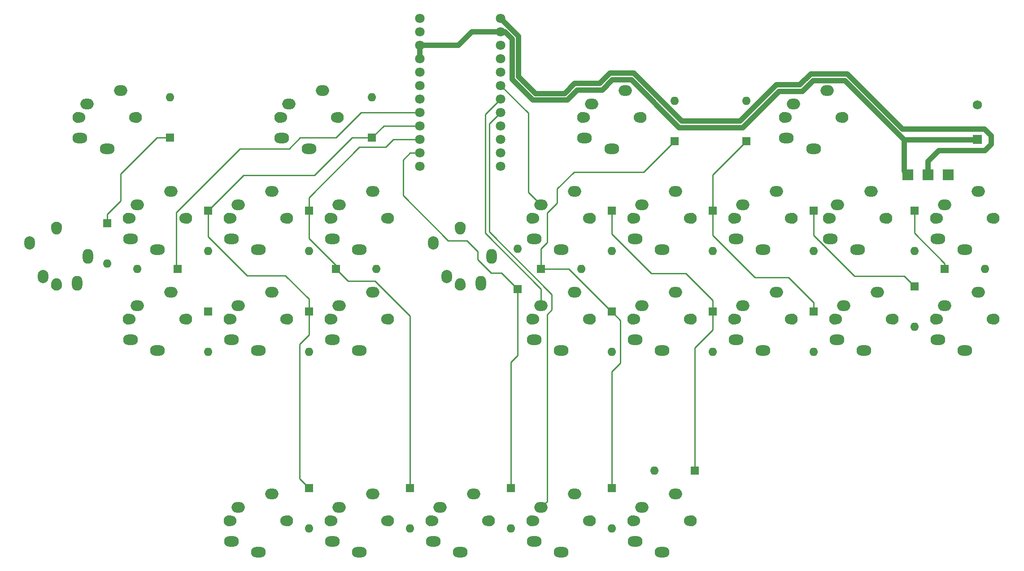
<source format=gbl>
%TF.GenerationSoftware,KiCad,Pcbnew,(6.0.9)*%
%TF.CreationDate,2023-02-21T23:40:31+05:30*%
%TF.ProjectId,Peridot Steno,50657269-646f-4742-9053-74656e6f2e6b,rev?*%
%TF.SameCoordinates,Original*%
%TF.FileFunction,Copper,L2,Bot*%
%TF.FilePolarity,Positive*%
%FSLAX46Y46*%
G04 Gerber Fmt 4.6, Leading zero omitted, Abs format (unit mm)*
G04 Created by KiCad (PCBNEW (6.0.9)) date 2023-02-21 23:40:31*
%MOMM*%
%LPD*%
G01*
G04 APERTURE LIST*
%TA.AperFunction,WasherPad*%
%ADD10C,1.900000*%
%TD*%
%TA.AperFunction,WasherPad*%
%ADD11C,2.100000*%
%TD*%
%TA.AperFunction,ComponentPad*%
%ADD12O,2.800000X2.000000*%
%TD*%
%TA.AperFunction,ComponentPad*%
%ADD13O,2.500000X2.000000*%
%TD*%
%TA.AperFunction,ComponentPad*%
%ADD14O,2.000000X2.500000*%
%TD*%
%TA.AperFunction,ComponentPad*%
%ADD15O,2.000000X2.800000*%
%TD*%
%TA.AperFunction,ComponentPad*%
%ADD16C,1.800000*%
%TD*%
%TA.AperFunction,ComponentPad*%
%ADD17R,1.752600X1.752600*%
%TD*%
%TA.AperFunction,ComponentPad*%
%ADD18C,1.752600*%
%TD*%
%TA.AperFunction,ComponentPad*%
%ADD19R,1.600000X1.600000*%
%TD*%
%TA.AperFunction,ComponentPad*%
%ADD20O,1.600000X1.600000*%
%TD*%
%TA.AperFunction,ComponentPad*%
%ADD21R,2.000000X2.000000*%
%TD*%
%TA.AperFunction,Conductor*%
%ADD22C,0.250000*%
%TD*%
%TA.AperFunction,Conductor*%
%ADD23C,1.000000*%
%TD*%
G04 APERTURE END LIST*
D10*
%TO.P,SW26,*%
%TO.N,*%
X156845000Y-66675000D03*
D11*
X167425000Y-66675000D03*
D10*
X167005000Y-66675000D03*
D11*
X156425000Y-66675000D03*
D12*
%TO.P,SW26,1,1*%
%TO.N,ROW1*%
X156825000Y-70575000D03*
D13*
X158115000Y-64135000D03*
%TO.P,SW26,2,2*%
%TO.N,Net-(D25-Pad2)*%
X164465000Y-61595000D03*
D12*
X161925000Y-72575000D03*
%TD*%
D11*
%TO.P,SW19,*%
%TO.N,*%
X99275000Y-123825000D03*
D10*
X99695000Y-123825000D03*
D11*
X110275000Y-123825000D03*
D10*
X109855000Y-123825000D03*
D13*
%TO.P,SW19,1,1*%
%TO.N,ROW3*%
X100965000Y-121285000D03*
D12*
X99675000Y-127725000D03*
%TO.P,SW19,2,2*%
%TO.N,Net-(D18-Pad2)*%
X104775000Y-129725000D03*
D13*
X107315000Y-118745000D03*
%TD*%
D11*
%TO.P,SW17,*%
%TO.N,*%
X118325000Y-66675000D03*
D10*
X128905000Y-66675000D03*
D11*
X129325000Y-66675000D03*
D10*
X118745000Y-66675000D03*
D13*
%TO.P,SW17,1,1*%
%TO.N,ROW1*%
X120015000Y-64135000D03*
D12*
X118725000Y-70575000D03*
%TO.P,SW17,2,2*%
%TO.N,Net-(D16-Pad2)*%
X123825000Y-72575000D03*
D13*
X126365000Y-61595000D03*
%TD*%
D11*
%TO.P,SW42,*%
%TO.N,*%
X232625000Y-66675000D03*
D10*
X243205000Y-66675000D03*
X233045000Y-66675000D03*
D11*
X243625000Y-66675000D03*
D13*
%TO.P,SW42,1,1*%
%TO.N,ROW1*%
X234315000Y-64135000D03*
D12*
X233025000Y-70575000D03*
%TO.P,SW42,2,2*%
%TO.N,Net-(D41-Pad2)*%
X238125000Y-72575000D03*
D13*
X240665000Y-61595000D03*
%TD*%
D11*
%TO.P,SW27,*%
%TO.N,*%
X156425000Y-85725000D03*
D10*
X167005000Y-85725000D03*
X156845000Y-85725000D03*
D11*
X167425000Y-85725000D03*
D12*
%TO.P,SW27,1,1*%
%TO.N,ROW2*%
X156825000Y-89625000D03*
D13*
X158115000Y-83185000D03*
D12*
%TO.P,SW27,2,2*%
%TO.N,Net-(D26-Pad2)*%
X161925000Y-91625000D03*
D13*
X164465000Y-80645000D03*
%TD*%
D11*
%TO.P,SW36,*%
%TO.N,*%
X186475000Y-123825000D03*
X175475000Y-123825000D03*
D10*
X175895000Y-123825000D03*
X186055000Y-123825000D03*
D12*
%TO.P,SW36,1,1*%
%TO.N,ROW3*%
X175875000Y-127725000D03*
D13*
X177165000Y-121285000D03*
D12*
%TO.P,SW36,2,2*%
%TO.N,Net-(D35-Pad2)*%
X180975000Y-129725000D03*
D13*
X183515000Y-118745000D03*
%TD*%
D10*
%TO.P,SW21,*%
%TO.N,*%
X142875000Y-68738750D03*
D11*
X142875000Y-79318750D03*
D10*
X142875000Y-78898750D03*
D11*
X142875000Y-68318750D03*
D14*
%TO.P,SW21,1,1*%
%TO.N,ROW1*%
X140335000Y-77628750D03*
D15*
X146775000Y-78918750D03*
%TO.P,SW21,2,2*%
%TO.N,Net-(D20-Pad2)*%
X148775000Y-73818750D03*
D14*
X137795000Y-71278750D03*
%TD*%
D11*
%TO.P,SW32,*%
%TO.N,*%
X167425000Y-123825000D03*
D10*
X156845000Y-123825000D03*
X167005000Y-123825000D03*
D11*
X156425000Y-123825000D03*
D13*
%TO.P,SW32,1,1*%
%TO.N,ROW3*%
X158115000Y-121285000D03*
D12*
X156825000Y-127725000D03*
D13*
%TO.P,SW32,2,2*%
%TO.N,Net-(D31-Pad2)*%
X164465000Y-118745000D03*
D12*
X161925000Y-129725000D03*
%TD*%
D10*
%TO.P,SW28,*%
%TO.N,*%
X147955000Y-123825000D03*
X137795000Y-123825000D03*
D11*
X148375000Y-123825000D03*
X137375000Y-123825000D03*
D12*
%TO.P,SW28,1,1*%
%TO.N,ROW3*%
X137775000Y-127725000D03*
D13*
X139065000Y-121285000D03*
D12*
%TO.P,SW28,2,2*%
%TO.N,Net-(D27-Pad2)*%
X142875000Y-129725000D03*
D13*
X145415000Y-118745000D03*
%TD*%
D11*
%TO.P,SW33,*%
%TO.N,*%
X204050000Y-47625000D03*
X215050000Y-47625000D03*
D10*
X214630000Y-47625000D03*
X204470000Y-47625000D03*
D12*
%TO.P,SW33,1,1*%
%TO.N,ROW0*%
X204450000Y-51525000D03*
D13*
X205740000Y-45085000D03*
D12*
%TO.P,SW33,2,2*%
%TO.N,Net-(D32-Pad2)*%
X209550000Y-53525000D03*
D13*
X212090000Y-42545000D03*
%TD*%
D11*
%TO.P,SW34,*%
%TO.N,*%
X205525000Y-66675000D03*
D10*
X205105000Y-66675000D03*
X194945000Y-66675000D03*
D11*
X194525000Y-66675000D03*
D13*
%TO.P,SW34,1,1*%
%TO.N,ROW1*%
X196215000Y-64135000D03*
D12*
X194925000Y-70575000D03*
%TO.P,SW34,2,2*%
%TO.N,Net-(D33-Pad2)*%
X200025000Y-72575000D03*
D13*
X202565000Y-61595000D03*
%TD*%
D11*
%TO.P,SW39,*%
%TO.N,*%
X224575000Y-85725000D03*
D10*
X213995000Y-85725000D03*
X224155000Y-85725000D03*
D11*
X213575000Y-85725000D03*
D13*
%TO.P,SW39,1,1*%
%TO.N,ROW2*%
X215265000Y-83185000D03*
D12*
X213975000Y-89625000D03*
D13*
%TO.P,SW39,2,2*%
%TO.N,Net-(D38-Pad2)*%
X221615000Y-80645000D03*
D12*
X219075000Y-91625000D03*
%TD*%
D11*
%TO.P,SW31,*%
%TO.N,*%
X186475000Y-85725000D03*
X175475000Y-85725000D03*
D10*
X186055000Y-85725000D03*
X175895000Y-85725000D03*
D13*
%TO.P,SW31,1,1*%
%TO.N,ROW2*%
X177165000Y-83185000D03*
D12*
X175875000Y-89625000D03*
%TO.P,SW31,2,2*%
%TO.N,Net-(D30-Pad2)*%
X180975000Y-91625000D03*
D13*
X183515000Y-80645000D03*
%TD*%
D10*
%TO.P,SW9,*%
%TO.N,*%
X80645000Y-85725000D03*
D11*
X80225000Y-85725000D03*
X91225000Y-85725000D03*
D10*
X90805000Y-85725000D03*
D13*
%TO.P,SW9,1,1*%
%TO.N,ROW2*%
X81915000Y-83185000D03*
D12*
X80625000Y-89625000D03*
D13*
%TO.P,SW9,2,2*%
%TO.N,Net-(D8-Pad2)*%
X88265000Y-80645000D03*
D12*
X85725000Y-91625000D03*
%TD*%
D16*
%TO.P,U1,1,TX*%
%TO.N,unconnected-(U1-Pad1)*%
X135255000Y-28892500D03*
%TO.P,U1,2,RX*%
%TO.N,unconnected-(U1-Pad2)*%
X135255000Y-31432500D03*
%TO.P,U1,3,GND*%
%TO.N,GND*%
X135255000Y-33972500D03*
%TO.P,U1,4,GND*%
X135255000Y-36512500D03*
%TO.P,U1,5,SDA*%
%TO.N,unconnected-(U1-Pad5)*%
X135255000Y-39052500D03*
%TO.P,U1,6,SCL*%
%TO.N,LED_DAT*%
X135255000Y-41592500D03*
%TO.P,U1,7,D4*%
%TO.N,COL0*%
X135255000Y-44132500D03*
%TO.P,U1,8,C6*%
%TO.N,COL1*%
X135255000Y-46672500D03*
%TO.P,U1,9,D7*%
%TO.N,COL2*%
X135255000Y-49212500D03*
%TO.P,U1,10,E6*%
%TO.N,COL3*%
X135255000Y-51752500D03*
%TO.P,U1,11,B4*%
%TO.N,COL4*%
X135255000Y-54292500D03*
%TO.P,U1,12,B5*%
%TO.N,COL5*%
X135255000Y-56832500D03*
%TO.P,U1,13,B6*%
%TO.N,COL6*%
X150495000Y-56832500D03*
%TO.P,U1,14,B2*%
%TO.N,COL7*%
X150495000Y-54292500D03*
%TO.P,U1,15,B3*%
%TO.N,COL8*%
X150495000Y-51752500D03*
%TO.P,U1,16,B1*%
%TO.N,COL9*%
X150495000Y-49212500D03*
%TO.P,U1,17,F7*%
%TO.N,ROW3*%
X150495000Y-46672500D03*
%TO.P,U1,18,F6*%
%TO.N,ROW2*%
X150495000Y-44132500D03*
%TO.P,U1,19,F5*%
%TO.N,ROW1*%
X150495000Y-41592500D03*
%TO.P,U1,20,F4*%
%TO.N,ROW0*%
X150495000Y-39052500D03*
%TO.P,U1,21,VCC*%
%TO.N,unconnected-(U1-Pad21)*%
X150495000Y-36512500D03*
%TO.P,U1,22,RST*%
%TO.N,RESET*%
X150495000Y-33972500D03*
%TO.P,U1,23,GND*%
%TO.N,GND*%
X150495000Y-31432500D03*
%TO.P,U1,24,RAW*%
%TO.N,+5V*%
X150495000Y-28892500D03*
%TD*%
D11*
%TO.P,SW12,*%
%TO.N,*%
X110275000Y-66675000D03*
X99275000Y-66675000D03*
D10*
X109855000Y-66675000D03*
X99695000Y-66675000D03*
D12*
%TO.P,SW12,1,1*%
%TO.N,ROW1*%
X99675000Y-70575000D03*
D13*
X100965000Y-64135000D03*
D12*
%TO.P,SW12,2,2*%
%TO.N,Net-(D11-Pad2)*%
X104775000Y-72575000D03*
D13*
X107315000Y-61595000D03*
%TD*%
D11*
%TO.P,SW4,*%
%TO.N,*%
X66675000Y-68318750D03*
D10*
X66675000Y-78898750D03*
D11*
X66675000Y-79318750D03*
D10*
X66675000Y-68738750D03*
D15*
%TO.P,SW4,1,1*%
%TO.N,ROW2*%
X70575000Y-78918750D03*
D14*
X64135000Y-77628750D03*
D15*
%TO.P,SW4,2,2*%
%TO.N,Net-(D3-Pad2)*%
X72575000Y-73818750D03*
D14*
X61595000Y-71278750D03*
%TD*%
D10*
%TO.P,SW11,*%
%TO.N,*%
X109220000Y-47625000D03*
D11*
X108800000Y-47625000D03*
X119800000Y-47625000D03*
D10*
X119380000Y-47625000D03*
D13*
%TO.P,SW11,1,1*%
%TO.N,ROW0*%
X110490000Y-45085000D03*
D12*
X109200000Y-51525000D03*
D13*
%TO.P,SW11,2,2*%
%TO.N,Net-(D10-Pad2)*%
X116840000Y-42545000D03*
D12*
X114300000Y-53525000D03*
%TD*%
D17*
%TO.P,SW1,1,1*%
%TO.N,GND*%
X240506250Y-51746150D03*
D18*
%TO.P,SW1,2,2*%
%TO.N,RESET*%
X240506250Y-45243750D03*
%TD*%
D11*
%TO.P,SW38,*%
%TO.N,*%
X223350000Y-66675000D03*
X212350000Y-66675000D03*
D10*
X222930000Y-66675000D03*
X212770000Y-66675000D03*
D12*
%TO.P,SW38,1,1*%
%TO.N,ROW1*%
X212750000Y-70575000D03*
D13*
X214040000Y-64135000D03*
D12*
%TO.P,SW38,2,2*%
%TO.N,Net-(D37-Pad2)*%
X217850000Y-72575000D03*
D13*
X220390000Y-61595000D03*
%TD*%
D11*
%TO.P,SW2,*%
%TO.N,*%
X81700000Y-47625000D03*
X70700000Y-47625000D03*
D10*
X81280000Y-47625000D03*
X71120000Y-47625000D03*
D12*
%TO.P,SW2,1,1*%
%TO.N,ROW0*%
X71100000Y-51525000D03*
D13*
X72390000Y-45085000D03*
%TO.P,SW2,2,2*%
%TO.N,Net-(D1-Pad2)*%
X78740000Y-42545000D03*
D12*
X76200000Y-53525000D03*
%TD*%
D11*
%TO.P,SW35,*%
%TO.N,*%
X205525000Y-85725000D03*
D10*
X194945000Y-85725000D03*
X205105000Y-85725000D03*
D11*
X194525000Y-85725000D03*
D13*
%TO.P,SW35,1,1*%
%TO.N,ROW2*%
X196215000Y-83185000D03*
D12*
X194925000Y-89625000D03*
D13*
%TO.P,SW35,2,2*%
%TO.N,Net-(D34-Pad2)*%
X202565000Y-80645000D03*
D12*
X200025000Y-91625000D03*
%TD*%
D10*
%TO.P,SW23,*%
%TO.N,*%
X118745000Y-123825000D03*
X128905000Y-123825000D03*
D11*
X118325000Y-123825000D03*
X129325000Y-123825000D03*
D12*
%TO.P,SW23,1,1*%
%TO.N,ROW3*%
X118725000Y-127725000D03*
D13*
X120015000Y-121285000D03*
%TO.P,SW23,2,2*%
%TO.N,Net-(D22-Pad2)*%
X126365000Y-118745000D03*
D12*
X123825000Y-129725000D03*
%TD*%
D11*
%TO.P,SW25,*%
%TO.N,*%
X165950000Y-47625000D03*
D10*
X166370000Y-47625000D03*
X176530000Y-47625000D03*
D11*
X176950000Y-47625000D03*
D12*
%TO.P,SW25,1,1*%
%TO.N,ROW0*%
X166350000Y-51525000D03*
D13*
X167640000Y-45085000D03*
%TO.P,SW25,2,2*%
%TO.N,Net-(D24-Pad2)*%
X173990000Y-42545000D03*
D12*
X171450000Y-53525000D03*
%TD*%
D10*
%TO.P,SW30,*%
%TO.N,*%
X175895000Y-66675000D03*
X186055000Y-66675000D03*
D11*
X175475000Y-66675000D03*
X186475000Y-66675000D03*
D12*
%TO.P,SW30,1,1*%
%TO.N,ROW1*%
X175875000Y-70575000D03*
D13*
X177165000Y-64135000D03*
%TO.P,SW30,2,2*%
%TO.N,Net-(D29-Pad2)*%
X183515000Y-61595000D03*
D12*
X180975000Y-72575000D03*
%TD*%
D10*
%TO.P,SW43,*%
%TO.N,*%
X243205000Y-85725000D03*
D11*
X243625000Y-85725000D03*
X232625000Y-85725000D03*
D10*
X233045000Y-85725000D03*
D13*
%TO.P,SW43,1,1*%
%TO.N,ROW2*%
X234315000Y-83185000D03*
D12*
X233025000Y-89625000D03*
%TO.P,SW43,2,2*%
%TO.N,Net-(D42-Pad2)*%
X238125000Y-91625000D03*
D13*
X240665000Y-80645000D03*
%TD*%
D11*
%TO.P,SW8,*%
%TO.N,*%
X80225000Y-66675000D03*
D10*
X90805000Y-66675000D03*
D11*
X91225000Y-66675000D03*
D10*
X80645000Y-66675000D03*
D12*
%TO.P,SW8,1,1*%
%TO.N,ROW1*%
X80625000Y-70575000D03*
D13*
X81915000Y-64135000D03*
%TO.P,SW8,2,2*%
%TO.N,Net-(D7-Pad2)*%
X88265000Y-61595000D03*
D12*
X85725000Y-72575000D03*
%TD*%
D10*
%TO.P,SW13,*%
%TO.N,*%
X109855000Y-85725000D03*
D11*
X99275000Y-85725000D03*
X110275000Y-85725000D03*
D10*
X99695000Y-85725000D03*
D13*
%TO.P,SW13,1,1*%
%TO.N,ROW2*%
X100965000Y-83185000D03*
D12*
X99675000Y-89625000D03*
%TO.P,SW13,2,2*%
%TO.N,Net-(D12-Pad2)*%
X104775000Y-91625000D03*
D13*
X107315000Y-80645000D03*
%TD*%
D11*
%TO.P,SW18,*%
%TO.N,*%
X129325000Y-85725000D03*
X118325000Y-85725000D03*
D10*
X118745000Y-85725000D03*
X128905000Y-85725000D03*
D13*
%TO.P,SW18,1,1*%
%TO.N,ROW2*%
X120015000Y-83185000D03*
D12*
X118725000Y-89625000D03*
%TO.P,SW18,2,2*%
%TO.N,Net-(D17-Pad2)*%
X123825000Y-91625000D03*
D13*
X126365000Y-80645000D03*
%TD*%
D19*
%TO.P,D27,1,K*%
%TO.N,COL4*%
X152400000Y-117633750D03*
D20*
%TO.P,D27,2,A*%
%TO.N,Net-(D27-Pad2)*%
X152400000Y-125253750D03*
%TD*%
D19*
%TO.P,D41,1,K*%
%TO.N,COL9*%
X228600000Y-65246250D03*
D20*
%TO.P,D41,2,A*%
%TO.N,Net-(D41-Pad2)*%
X228600000Y-72866250D03*
%TD*%
D19*
%TO.P,D33,1,K*%
%TO.N,COL7*%
X190500000Y-65246250D03*
D20*
%TO.P,D33,2,A*%
%TO.N,Net-(D33-Pad2)*%
X190500000Y-72866250D03*
%TD*%
D19*
%TO.P,D30,1,K*%
%TO.N,COL6*%
X190500000Y-84296250D03*
D20*
%TO.P,D30,2,A*%
%TO.N,Net-(D30-Pad2)*%
X190500000Y-91916250D03*
%TD*%
D19*
%TO.P,D31,1,K*%
%TO.N,COL5*%
X171450000Y-117633750D03*
D20*
%TO.P,D31,2,A*%
%TO.N,Net-(D31-Pad2)*%
X171450000Y-125253750D03*
%TD*%
D19*
%TO.P,D12,1,K*%
%TO.N,COL2*%
X114300000Y-84296250D03*
D20*
%TO.P,D12,2,A*%
%TO.N,Net-(D12-Pad2)*%
X114300000Y-91916250D03*
%TD*%
D19*
%TO.P,D22,1,K*%
%TO.N,COL3*%
X133350000Y-117633750D03*
D20*
%TO.P,D22,2,A*%
%TO.N,Net-(D22-Pad2)*%
X133350000Y-125253750D03*
%TD*%
D19*
%TO.P,D42,1,K*%
%TO.N,COL9*%
X234315000Y-76200000D03*
D20*
%TO.P,D42,2,A*%
%TO.N,Net-(D42-Pad2)*%
X241935000Y-76200000D03*
%TD*%
D19*
%TO.P,D37,1,K*%
%TO.N,COL8*%
X209550000Y-65246250D03*
D20*
%TO.P,D37,2,A*%
%TO.N,Net-(D37-Pad2)*%
X209550000Y-72866250D03*
%TD*%
D19*
%TO.P,D1,1,K*%
%TO.N,COL0*%
X88106250Y-51435000D03*
D20*
%TO.P,D1,2,A*%
%TO.N,Net-(D1-Pad2)*%
X88106250Y-43815000D03*
%TD*%
D19*
%TO.P,D17,1,K*%
%TO.N,COL3*%
X119380000Y-76200000D03*
D20*
%TO.P,D17,2,A*%
%TO.N,Net-(D17-Pad2)*%
X127000000Y-76200000D03*
%TD*%
D19*
%TO.P,D29,1,K*%
%TO.N,COL6*%
X171450000Y-65246250D03*
D20*
%TO.P,D29,2,A*%
%TO.N,Net-(D29-Pad2)*%
X171450000Y-72866250D03*
%TD*%
D21*
%TO.P,J3,1,Pin_1*%
%TO.N,GND*%
X227330000Y-58420000D03*
%TD*%
D19*
%TO.P,D38,1,K*%
%TO.N,COL8*%
X228600000Y-79533750D03*
D20*
%TO.P,D38,2,A*%
%TO.N,Net-(D38-Pad2)*%
X228600000Y-87153750D03*
%TD*%
D19*
%TO.P,D25,1,K*%
%TO.N,COL5*%
X158115000Y-76200000D03*
D20*
%TO.P,D25,2,A*%
%TO.N,Net-(D25-Pad2)*%
X165735000Y-76200000D03*
%TD*%
D19*
%TO.P,D3,1,K*%
%TO.N,COL0*%
X76200000Y-67627500D03*
D20*
%TO.P,D3,2,A*%
%TO.N,Net-(D3-Pad2)*%
X76200000Y-75247500D03*
%TD*%
D21*
%TO.P,J1,1,Pin_1*%
%TO.N,+5V*%
X231140000Y-58420000D03*
%TD*%
D19*
%TO.P,D26,1,K*%
%TO.N,COL5*%
X171450000Y-84296250D03*
D20*
%TO.P,D26,2,A*%
%TO.N,Net-(D26-Pad2)*%
X171450000Y-91916250D03*
%TD*%
D19*
%TO.P,D16,1,K*%
%TO.N,COL3*%
X114300000Y-65246250D03*
D20*
%TO.P,D16,2,A*%
%TO.N,Net-(D16-Pad2)*%
X114300000Y-72866250D03*
%TD*%
D21*
%TO.P,J2,1,Pin_1*%
%TO.N,LED_DAT*%
X234950000Y-58420000D03*
%TD*%
D19*
%TO.P,D11,1,K*%
%TO.N,COL2*%
X95250000Y-65246250D03*
D20*
%TO.P,D11,2,A*%
%TO.N,Net-(D11-Pad2)*%
X95250000Y-72866250D03*
%TD*%
D19*
%TO.P,D7,1,K*%
%TO.N,COL1*%
X89535000Y-76200000D03*
D20*
%TO.P,D7,2,A*%
%TO.N,Net-(D7-Pad2)*%
X81915000Y-76200000D03*
%TD*%
D19*
%TO.P,D24,1,K*%
%TO.N,COL5*%
X183356250Y-52070000D03*
D20*
%TO.P,D24,2,A*%
%TO.N,Net-(D24-Pad2)*%
X183356250Y-44450000D03*
%TD*%
D19*
%TO.P,D8,1,K*%
%TO.N,COL1*%
X95250000Y-84296250D03*
D20*
%TO.P,D8,2,A*%
%TO.N,Net-(D8-Pad2)*%
X95250000Y-91916250D03*
%TD*%
D19*
%TO.P,D32,1,K*%
%TO.N,COL7*%
X196850000Y-52070000D03*
D20*
%TO.P,D32,2,A*%
%TO.N,Net-(D32-Pad2)*%
X196850000Y-44450000D03*
%TD*%
D19*
%TO.P,D10,1,K*%
%TO.N,COL2*%
X126206250Y-51435000D03*
D20*
%TO.P,D10,2,A*%
%TO.N,Net-(D10-Pad2)*%
X126206250Y-43815000D03*
%TD*%
D19*
%TO.P,D34,1,K*%
%TO.N,COL7*%
X209550000Y-84296250D03*
D20*
%TO.P,D34,2,A*%
%TO.N,Net-(D34-Pad2)*%
X209550000Y-91916250D03*
%TD*%
D19*
%TO.P,D35,1,K*%
%TO.N,COL6*%
X187166250Y-114300000D03*
D20*
%TO.P,D35,2,A*%
%TO.N,Net-(D35-Pad2)*%
X179546250Y-114300000D03*
%TD*%
D19*
%TO.P,D18,1,K*%
%TO.N,COL2*%
X114300000Y-117633750D03*
D20*
%TO.P,D18,2,A*%
%TO.N,Net-(D18-Pad2)*%
X114300000Y-125253750D03*
%TD*%
D19*
%TO.P,D20,1,K*%
%TO.N,COL4*%
X153670000Y-80010000D03*
D20*
%TO.P,D20,2,A*%
%TO.N,Net-(D20-Pad2)*%
X153670000Y-72390000D03*
%TD*%
D22*
%TO.N,COL0*%
X85598000Y-51435000D02*
X78740000Y-58293000D01*
X78740000Y-63373000D02*
X76200000Y-65913000D01*
X78740000Y-58293000D02*
X78740000Y-63373000D01*
X88106250Y-51435000D02*
X85598000Y-51435000D01*
X76200000Y-65913000D02*
X76200000Y-67627500D01*
%TO.N,COL1*%
X135255000Y-46672500D02*
X124142500Y-46672500D01*
X119380000Y-51435000D02*
X112649000Y-51435000D01*
X89281000Y-65532000D02*
X89281000Y-75946000D01*
X89281000Y-75946000D02*
X89535000Y-76200000D01*
X110572901Y-53511099D02*
X101301901Y-53511099D01*
X124142500Y-46672500D02*
X119380000Y-51435000D01*
X101301901Y-53511099D02*
X89281000Y-65532000D01*
X112649000Y-51435000D02*
X110572901Y-53511099D01*
%TO.N,COL2*%
X135255000Y-49212500D02*
X128428750Y-49212500D01*
X114300000Y-88646000D02*
X112522000Y-90424000D01*
X114300000Y-84296250D02*
X114300000Y-88646000D01*
X128428750Y-49212500D02*
X126206250Y-51435000D01*
X101949250Y-58547000D02*
X95250000Y-65246250D01*
X112522000Y-90424000D02*
X112522000Y-115855750D01*
X126206250Y-51435000D02*
X122428000Y-51435000D01*
X112522000Y-115855750D02*
X114300000Y-117633750D01*
X102616000Y-77470000D02*
X109855000Y-77470000D01*
X109855000Y-77470000D02*
X114300000Y-81915000D01*
X122428000Y-51435000D02*
X115316000Y-58547000D01*
X95250000Y-65246250D02*
X95250000Y-70104000D01*
X115316000Y-58547000D02*
X101949250Y-58547000D01*
X114300000Y-81915000D02*
X114300000Y-84296250D01*
X95250000Y-70104000D02*
X102616000Y-77470000D01*
%TO.N,COL3*%
X128778000Y-53213000D02*
X123825000Y-53213000D01*
X114300000Y-70443701D02*
X119380000Y-75523701D01*
X121666000Y-78486000D02*
X126746000Y-78486000D01*
X119380000Y-76200000D02*
X121666000Y-78486000D01*
X126746000Y-78486000D02*
X133350000Y-85090000D01*
X119380000Y-75523701D02*
X119380000Y-76200000D01*
X135255000Y-51752500D02*
X130238500Y-51752500D01*
X114300000Y-62738000D02*
X114300000Y-65246250D01*
X123825000Y-53213000D02*
X114300000Y-62738000D01*
X114300000Y-65246250D02*
X114300000Y-70443701D01*
X130238500Y-51752500D02*
X128778000Y-53213000D01*
X133350000Y-85090000D02*
X133350000Y-117633750D01*
%TO.N,COL4*%
X144145000Y-70866000D02*
X140589000Y-70866000D01*
X132080000Y-55626000D02*
X133413500Y-54292500D01*
X133413500Y-54292500D02*
X135255000Y-54292500D01*
X152400000Y-117633750D02*
X152400000Y-93853000D01*
X140589000Y-70866000D02*
X132080000Y-62357000D01*
X152400000Y-93853000D02*
X153670000Y-92583000D01*
X146177000Y-72898000D02*
X144145000Y-70866000D01*
X150622000Y-76962000D02*
X148717000Y-76962000D01*
X132080000Y-62357000D02*
X132080000Y-55626000D01*
X153670000Y-92583000D02*
X153670000Y-80010000D01*
X153670000Y-80010000D02*
X150622000Y-76962000D01*
X148717000Y-76962000D02*
X146177000Y-74422000D01*
X146177000Y-74422000D02*
X146177000Y-72898000D01*
%TO.N,COL5*%
X159258000Y-71247000D02*
X158115000Y-72390000D01*
X171450000Y-84296250D02*
X173101000Y-85947250D01*
X173101000Y-85947250D02*
X173101000Y-93980000D01*
X159258000Y-65659000D02*
X159258000Y-71247000D01*
X158115000Y-76200000D02*
X163322000Y-76200000D01*
X158115000Y-72390000D02*
X158115000Y-76200000D01*
X164338000Y-57912000D02*
X161163000Y-61087000D01*
X183356250Y-52070000D02*
X177514250Y-57912000D01*
X171418250Y-84296250D02*
X171450000Y-84296250D01*
X161163000Y-63754000D02*
X159258000Y-65659000D01*
X163322000Y-76200000D02*
X171418250Y-84296250D01*
X177514250Y-57912000D02*
X164338000Y-57912000D01*
X173101000Y-93980000D02*
X171450000Y-95631000D01*
X161163000Y-61087000D02*
X161163000Y-63754000D01*
X171450000Y-95631000D02*
X171450000Y-117633750D01*
%TO.N,COL6*%
X190500000Y-84296250D02*
X190500000Y-82169000D01*
X190500000Y-84296250D02*
X190500000Y-87757000D01*
X190500000Y-82169000D02*
X185420000Y-77089000D01*
X171450000Y-69596000D02*
X171450000Y-65246250D01*
X178943000Y-77089000D02*
X171450000Y-69596000D01*
X190500000Y-87757000D02*
X187166250Y-91090750D01*
X185420000Y-77089000D02*
X178943000Y-77089000D01*
X187166250Y-91090750D02*
X187166250Y-114300000D01*
%TO.N,COL7*%
X209550000Y-82550000D02*
X209550000Y-84296250D01*
X190500000Y-69850000D02*
X198501000Y-77851000D01*
X190500000Y-65246250D02*
X190500000Y-58420000D01*
X190500000Y-58420000D02*
X196850000Y-52070000D01*
X190500000Y-65246250D02*
X190500000Y-69850000D01*
X198501000Y-77851000D02*
X204851000Y-77851000D01*
X204851000Y-77851000D02*
X209550000Y-82550000D01*
%TO.N,COL8*%
X228600000Y-79502000D02*
X228600000Y-79533750D01*
X209550000Y-65246250D02*
X209550000Y-69850000D01*
X217297000Y-77597000D02*
X226695000Y-77597000D01*
X226695000Y-77597000D02*
X228600000Y-79502000D01*
X209550000Y-69850000D02*
X217297000Y-77597000D01*
%TO.N,COL9*%
X234315000Y-75184000D02*
X234315000Y-76200000D01*
X228600000Y-69469000D02*
X234315000Y-75184000D01*
X228600000Y-65246250D02*
X228600000Y-69469000D01*
D23*
%TO.N,GND*%
X227330000Y-58420000D02*
X226695000Y-57785000D01*
X196215000Y-49530000D02*
X203073000Y-42672000D01*
X203073000Y-42672000D02*
X207437056Y-42672000D01*
X142557500Y-33972500D02*
X145097500Y-31432500D01*
X226695000Y-57785000D02*
X226695000Y-51862056D01*
X151320500Y-31432500D02*
X152654000Y-32766000D01*
X207437056Y-42672000D02*
X209469056Y-40640000D01*
X184195392Y-49530000D02*
X196215000Y-49530000D01*
X226648944Y-51816000D02*
X240436400Y-51816000D01*
X150495000Y-31432500D02*
X151320500Y-31432500D01*
X171577000Y-40513000D02*
X175178392Y-40513000D01*
X209469056Y-40640000D02*
X215472944Y-40640000D01*
X135255000Y-33972500D02*
X142557500Y-33972500D01*
X226695000Y-51862056D02*
X226648944Y-51816000D01*
X164973000Y-42418000D02*
X169672000Y-42418000D01*
X163068000Y-44323000D02*
X164973000Y-42418000D01*
X175178392Y-40513000D02*
X184195392Y-49530000D01*
X135255000Y-33972500D02*
X135255000Y-36512500D01*
X152654000Y-40386000D02*
X156591000Y-44323000D01*
X215472944Y-40640000D02*
X226648944Y-51816000D01*
X169672000Y-42418000D02*
X171577000Y-40513000D01*
X156591000Y-44323000D02*
X163068000Y-44323000D01*
X152654000Y-32766000D02*
X152654000Y-40386000D01*
X240436400Y-51816000D02*
X240506250Y-51746150D01*
X145097500Y-31432500D02*
X150495000Y-31432500D01*
%TO.N,+5V*%
X150495000Y-28892500D02*
X153854000Y-32251500D01*
X184692448Y-48330000D02*
X195717944Y-48330000D01*
X206940000Y-41472000D02*
X209042000Y-39370000D01*
X157088056Y-43123000D02*
X162570944Y-43123000D01*
X215900000Y-39370000D02*
X226314000Y-49784000D01*
X175605448Y-39243000D02*
X184692448Y-48330000D01*
X202575944Y-41472000D02*
X206940000Y-41472000D01*
X241808000Y-49784000D02*
X243078000Y-51054000D01*
X243078000Y-52705000D02*
X241935000Y-53848000D01*
X169174944Y-41218000D02*
X171149944Y-39243000D01*
X153854000Y-39888944D02*
X157088056Y-43123000D01*
X195717944Y-48330000D02*
X202575944Y-41472000D01*
X171149944Y-39243000D02*
X175605448Y-39243000D01*
X243078000Y-51054000D02*
X243078000Y-52705000D01*
X233172000Y-53848000D02*
X231140000Y-55880000D01*
X209042000Y-39370000D02*
X215900000Y-39370000D01*
X241935000Y-53848000D02*
X233172000Y-53848000D01*
X162570944Y-43123000D02*
X164475944Y-41218000D01*
X164475944Y-41218000D02*
X169174944Y-41218000D01*
X226314000Y-49784000D02*
X241808000Y-49784000D01*
X153854000Y-32251500D02*
X153854000Y-39888944D01*
X231140000Y-55880000D02*
X231140000Y-58420000D01*
D22*
%TO.N,ROW2*%
X150495000Y-44132500D02*
X147574000Y-47053500D01*
X158115000Y-79996643D02*
X158115000Y-83185000D01*
X147574000Y-47053500D02*
X147574000Y-69455643D01*
X147574000Y-69455643D02*
X158115000Y-79996643D01*
%TO.N,ROW1*%
X155702000Y-46799500D02*
X155702000Y-61722000D01*
X150495000Y-41592500D02*
X155702000Y-46799500D01*
X155702000Y-61722000D02*
X158115000Y-64135000D01*
%TO.N,ROW3*%
X160147000Y-81026000D02*
X160147000Y-83947000D01*
X148336000Y-48831500D02*
X148336000Y-69215000D01*
X159258000Y-120142000D02*
X158115000Y-121285000D01*
X160147000Y-83947000D02*
X159258000Y-84836000D01*
X150495000Y-46672500D02*
X148336000Y-48831500D01*
X159258000Y-84836000D02*
X159258000Y-120142000D01*
X148336000Y-69215000D02*
X160147000Y-81026000D01*
%TD*%
M02*

</source>
